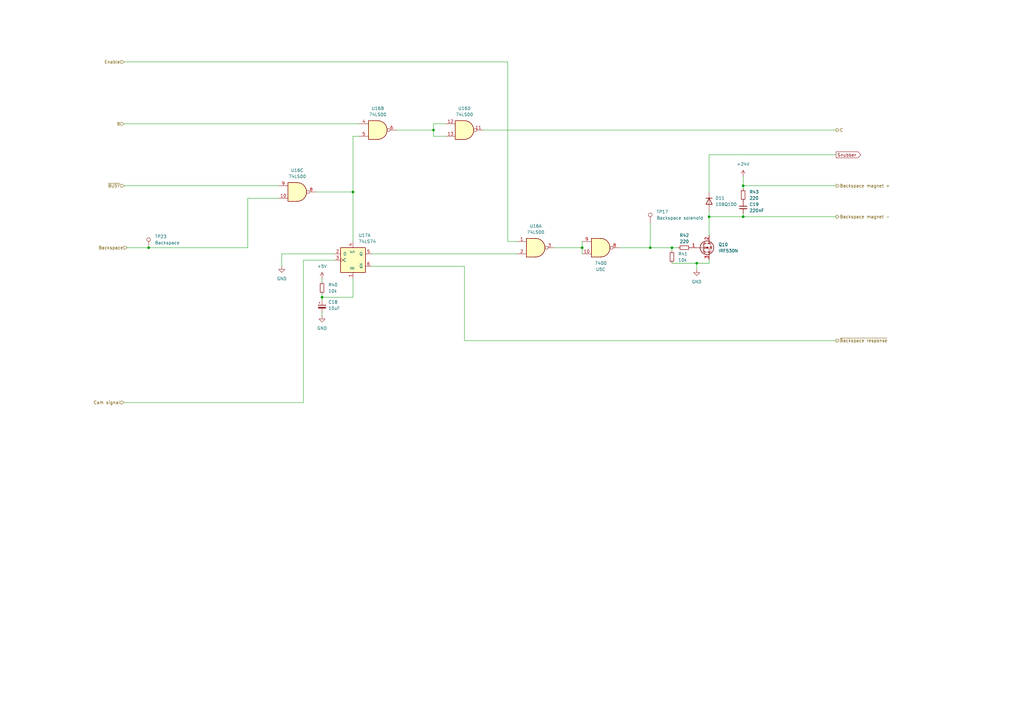
<source format=kicad_sch>
(kicad_sch (version 20231120) (generator "eeschema") (generator_version "8.0")
  (paper "A3")
  (title_block (title "Model 34 tape punch control") (date "2025-04-24") (rev "2.0") (company "Helsinki Hacklab Ry") (comment 1 "Vesa-Pekka Palmu") (comment 2 "License: CERN-OHL-P"))
  (lib_symbols
    (symbol "74xx:7400" (pin_names (offset 1.016))
      (property "Reference" "U" (at 0 1.27 0))
      (property "Value" "7400" (at 0 -1.27 0))
      (symbol "7400_1_1"
        (arc (start 0 -3.81) (mid 3.7934 0) (end 0 3.81) (stroke (width 0.254)) (fill (type background)))
        (polyline (pts (xy 0 3.81) (xy -3.81 3.81) (xy -3.81 -3.81) (xy 0 -3.81)) (stroke (width 0.254)) (fill (type background)))
        (pin input line (at -7.62 2.54 0) (length 3.81) (name "~") (number "1"))
        (pin input line (at -7.62 -2.54 0) (length 3.81) (name "~") (number "2"))
        (pin output inverted (at 7.62 0 180) (length 3.81) (name "~") (number "3"))
      )
      (symbol "7400_1_2"
        (arc (start -3.81 -3.81) (mid -2.589 0) (end -3.81 3.81) (stroke (width 0.254)))
        (arc (start -0.6096 -3.81) (mid 2.1842 -2.5851) (end 3.81 0) (stroke (width 0.254)) (fill (type background)))
        (polyline (pts (xy -3.81 -3.81) (xy -0.635 -3.81)) (stroke (width 0.254)) (fill (type background)))
        (polyline (pts (xy -3.81 3.81) (xy -0.635 3.81)) (stroke (width 0.254)) (fill (type background)))
        (polyline (pts (xy -0.635 3.81) (xy -3.81 3.81) (xy -3.81 3.81) (xy -3.556 3.4036) (xy -3.0226 2.2606) (xy -2.6924 1.0414) (xy -2.6162 -0.254) (xy -2.7686 -1.4986) (xy -3.175 -2.7178) (xy -3.81 -3.81) (xy -3.81 -3.81) (xy -0.635 -3.81)) (stroke (width -25.4)) (fill (type background)))
        (arc (start 3.81 0) (mid 2.1915 2.5936) (end -0.6096 3.81) (stroke (width 0.254)) (fill (type background)))
        (pin input inverted (at -7.62 2.54 0) (length 4.318) (name "~") (number "1"))
        (pin input inverted (at -7.62 -2.54 0) (length 4.318) (name "~") (number "2"))
        (pin output line (at 7.62 0 180) (length 3.81) (name "~") (number "3"))
      )
      (symbol "7400_2_1"
        (arc (start 0 -3.81) (mid 3.7934 0) (end 0 3.81) (stroke (width 0.254)) (fill (type background)))
        (polyline (pts (xy 0 3.81) (xy -3.81 3.81) (xy -3.81 -3.81) (xy 0 -3.81)) (stroke (width 0.254)) (fill (type background)))
        (pin input line (at -7.62 2.54 0) (length 3.81) (name "~") (number "4"))
        (pin input line (at -7.62 -2.54 0) (length 3.81) (name "~") (number "5"))
        (pin output inverted (at 7.62 0 180) (length 3.81) (name "~") (number "6"))
      )
      (symbol "7400_2_2"
        (arc (start -3.81 -3.81) (mid -2.589 0) (end -3.81 3.81) (stroke (width 0.254)))
        (arc (start -0.6096 -3.81) (mid 2.1842 -2.5851) (end 3.81 0) (stroke (width 0.254)) (fill (type background)))
        (polyline (pts (xy -3.81 -3.81) (xy -0.635 -3.81)) (stroke (width 0.254)) (fill (type background)))
        (polyline (pts (xy -3.81 3.81) (xy -0.635 3.81)) (stroke (width 0.254)) (fill (type background)))
        (polyline (pts (xy -0.635 3.81) (xy -3.81 3.81) (xy -3.81 3.81) (xy -3.556 3.4036) (xy -3.0226 2.2606) (xy -2.6924 1.0414) (xy -2.6162 -0.254) (xy -2.7686 -1.4986) (xy -3.175 -2.7178) (xy -3.81 -3.81) (xy -3.81 -3.81) (xy -0.635 -3.81)) (stroke (width -25.4)) (fill (type background)))
        (arc (start 3.81 0) (mid 2.1915 2.5936) (end -0.6096 3.81) (stroke (width 0.254)) (fill (type background)))
        (pin input inverted (at -7.62 2.54 0) (length 4.318) (name "~") (number "4"))
        (pin input inverted (at -7.62 -2.54 0) (length 4.318) (name "~") (number "5"))
        (pin output line (at 7.62 0 180) (length 3.81) (name "~") (number "6"))
      )
      (symbol "7400_3_1"
        (arc (start 0 -3.81) (mid 3.7934 0) (end 0 3.81) (stroke (width 0.254)) (fill (type background)))
        (polyline (pts (xy 0 3.81) (xy -3.81 3.81) (xy -3.81 -3.81) (xy 0 -3.81)) (stroke (width 0.254)) (fill (type background)))
        (pin input line (at -7.62 -2.54 0) (length 3.81) (name "~") (number "10"))
        (pin output inverted (at 7.62 0 180) (length 3.81) (name "~") (number "8"))
        (pin input line (at -7.62 2.54 0) (length 3.81) (name "~") (number "9"))
      )
      (symbol "7400_3_2"
        (arc (start -3.81 -3.81) (mid -2.589 0) (end -3.81 3.81) (stroke (width 0.254)))
        (arc (start -0.6096 -3.81) (mid 2.1842 -2.5851) (end 3.81 0) (stroke (width 0.254)) (fill (type background)))
        (polyline (pts (xy -3.81 -3.81) (xy -0.635 -3.81)) (stroke (width 0.254)) (fill (type background)))
        (polyline (pts (xy -3.81 3.81) (xy -0.635 3.81)) (stroke (width 0.254)) (fill (type background)))
        (polyline (pts (xy -0.635 3.81) (xy -3.81 3.81) (xy -3.81 3.81) (xy -3.556 3.4036) (xy -3.0226 2.2606) (xy -2.6924 1.0414) (xy -2.6162 -0.254) (xy -2.7686 -1.4986) (xy -3.175 -2.7178) (xy -3.81 -3.81) (xy -3.81 -3.81) (xy -0.635 -3.81)) (stroke (width -25.4)) (fill (type background)))
        (arc (start 3.81 0) (mid 2.1915 2.5936) (end -0.6096 3.81) (stroke (width 0.254)) (fill (type background)))
        (pin input inverted (at -7.62 -2.54 0) (length 4.318) (name "~") (number "10"))
        (pin output line (at 7.62 0 180) (length 3.81) (name "~") (number "8"))
        (pin input inverted (at -7.62 2.54 0) (length 4.318) (name "~") (number "9"))
      )
      (symbol "7400_4_1"
        (arc (start 0 -3.81) (mid 3.7934 0) (end 0 3.81) (stroke (width 0.254)) (fill (type background)))
        (polyline (pts (xy 0 3.81) (xy -3.81 3.81) (xy -3.81 -3.81) (xy 0 -3.81)) (stroke (width 0.254)) (fill (type background)))
        (pin output inverted (at 7.62 0 180) (length 3.81) (name "~") (number "11"))
        (pin input line (at -7.62 2.54 0) (length 3.81) (name "~") (number "12"))
        (pin input line (at -7.62 -2.54 0) (length 3.81) (name "~") (number "13"))
      )
      (symbol "7400_4_2"
        (arc (start -3.81 -3.81) (mid -2.589 0) (end -3.81 3.81) (stroke (width 0.254)))
        (arc (start -0.6096 -3.81) (mid 2.1842 -2.5851) (end 3.81 0) (stroke (width 0.254)) (fill (type background)))
        (polyline (pts (xy -3.81 -3.81) (xy -0.635 -3.81)) (stroke (width 0.254)) (fill (type background)))
        (polyline (pts (xy -3.81 3.81) (xy -0.635 3.81)) (stroke (width 0.254)) (fill (type background)))
        (polyline (pts (xy -0.635 3.81) (xy -3.81 3.81) (xy -3.81 3.81) (xy -3.556 3.4036) (xy -3.0226 2.2606) (xy -2.6924 1.0414) (xy -2.6162 -0.254) (xy -2.7686 -1.4986) (xy -3.175 -2.7178) (xy -3.81 -3.81) (xy -3.81 -3.81) (xy -0.635 -3.81)) (stroke (width -25.4)) (fill (type background)))
        (arc (start 3.81 0) (mid 2.1915 2.5936) (end -0.6096 3.81) (stroke (width 0.254)) (fill (type background)))
        (pin output line (at 7.62 0 180) (length 3.81) (name "~") (number "11"))
        (pin input inverted (at -7.62 2.54 0) (length 4.318) (name "~") (number "12"))
        (pin input inverted (at -7.62 -2.54 0) (length 4.318) (name "~") (number "13"))
      )
      (symbol "7400_5_0"
        (pin power_in line (at 0 12.7 270) (length 5.08) (name "VCC") (number "14"))
        (pin power_in line (at 0 -12.7 90) (length 5.08) (name "GND") (number "7"))
      )
      (symbol "7400_5_1"
        (rectangle (start -5.08 7.62) (end 5.08 -7.62) (stroke (width 0.254)) (fill (type background)))
      )
    )
    (symbol "74xx:74LS00" (pin_names (offset 1.016))
      (property "Reference" "U" (at 0 1.27 0))
      (property "Value" "74LS00" (at 0 -1.27 0))
      (symbol "74LS00_1_1"
        (arc (start 0 -3.81) (mid 3.7934 0) (end 0 3.81) (stroke (width 0.254)) (fill (type background)))
        (polyline (pts (xy 0 3.81) (xy -3.81 3.81) (xy -3.81 -3.81) (xy 0 -3.81)) (stroke (width 0.254)) (fill (type background)))
        (pin input line (at -7.62 2.54 0) (length 3.81) (name "~") (number "1"))
        (pin input line (at -7.62 -2.54 0) (length 3.81) (name "~") (number "2"))
        (pin output inverted (at 7.62 0 180) (length 3.81) (name "~") (number "3"))
      )
      (symbol "74LS00_1_2"
        (arc (start -3.81 -3.81) (mid -2.589 0) (end -3.81 3.81) (stroke (width 0.254)))
        (arc (start -0.6096 -3.81) (mid 2.1842 -2.5851) (end 3.81 0) (stroke (width 0.254)) (fill (type background)))
        (polyline (pts (xy -3.81 -3.81) (xy -0.635 -3.81)) (stroke (width 0.254)) (fill (type background)))
        (polyline (pts (xy -3.81 3.81) (xy -0.635 3.81)) (stroke (width 0.254)) (fill (type background)))
        (polyline (pts (xy -0.635 3.81) (xy -3.81 3.81) (xy -3.81 3.81) (xy -3.556 3.4036) (xy -3.0226 2.2606) (xy -2.6924 1.0414) (xy -2.6162 -0.254) (xy -2.7686 -1.4986) (xy -3.175 -2.7178) (xy -3.81 -3.81) (xy -3.81 -3.81) (xy -0.635 -3.81)) (stroke (width -25.4)) (fill (type background)))
        (arc (start 3.81 0) (mid 2.1915 2.5936) (end -0.6096 3.81) (stroke (width 0.254)) (fill (type background)))
        (pin input inverted (at -7.62 2.54 0) (length 4.318) (name "~") (number "1"))
        (pin input inverted (at -7.62 -2.54 0) (length 4.318) (name "~") (number "2"))
        (pin output line (at 7.62 0 180) (length 3.81) (name "~") (number "3"))
      )
      (symbol "74LS00_2_1"
        (arc (start 0 -3.81) (mid 3.7934 0) (end 0 3.81) (stroke (width 0.254)) (fill (type background)))
        (polyline (pts (xy 0 3.81) (xy -3.81 3.81) (xy -3.81 -3.81) (xy 0 -3.81)) (stroke (width 0.254)) (fill (type background)))
        (pin input line (at -7.62 2.54 0) (length 3.81) (name "~") (number "4"))
        (pin input line (at -7.62 -2.54 0) (length 3.81) (name "~") (number "5"))
        (pin output inverted (at 7.62 0 180) (length 3.81) (name "~") (number "6"))
      )
      (symbol "74LS00_2_2"
        (arc (start -3.81 -3.81) (mid -2.589 0) (end -3.81 3.81) (stroke (width 0.254)))
        (arc (start -0.6096 -3.81) (mid 2.1842 -2.5851) (end 3.81 0) (stroke (width 0.254)) (fill (type background)))
        (polyline (pts (xy -3.81 -3.81) (xy -0.635 -3.81)) (stroke (width 0.254)) (fill (type background)))
        (polyline (pts (xy -3.81 3.81) (xy -0.635 3.81)) (stroke (width 0.254)) (fill (type background)))
        (polyline (pts (xy -0.635 3.81) (xy -3.81 3.81) (xy -3.81 3.81) (xy -3.556 3.4036) (xy -3.0226 2.2606) (xy -2.6924 1.0414) (xy -2.6162 -0.254) (xy -2.7686 -1.4986) (xy -3.175 -2.7178) (xy -3.81 -3.81) (xy -3.81 -3.81) (xy -0.635 -3.81)) (stroke (width -25.4)) (fill (type background)))
        (arc (start 3.81 0) (mid 2.1915 2.5936) (end -0.6096 3.81) (stroke (width 0.254)) (fill (type background)))
        (pin input inverted (at -7.62 2.54 0) (length 4.318) (name "~") (number "4"))
        (pin input inverted (at -7.62 -2.54 0) (length 4.318) (name "~") (number "5"))
        (pin output line (at 7.62 0 180) (length 3.81) (name "~") (number "6"))
      )
      (symbol "74LS00_3_1"
        (arc (start 0 -3.81) (mid 3.7934 0) (end 0 3.81) (stroke (width 0.254)) (fill (type background)))
        (polyline (pts (xy 0 3.81) (xy -3.81 3.81) (xy -3.81 -3.81) (xy 0 -3.81)) (stroke (width 0.254)) (fill (type background)))
        (pin input line (at -7.62 -2.54 0) (length 3.81) (name "~") (number "10"))
        (pin output inverted (at 7.62 0 180) (length 3.81) (name "~") (number "8"))
        (pin input line (at -7.62 2.54 0) (length 3.81) (name "~") (number "9"))
      )
      (symbol "74LS00_3_2"
        (arc (start -3.81 -3.81) (mid -2.589 0) (end -3.81 3.81) (stroke (width 0.254)))
        (arc (start -0.6096 -3.81) (mid 2.1842 -2.5851) (end 3.81 0) (stroke (width 0.254)) (fill (type background)))
        (polyline (pts (xy -3.81 -3.81) (xy -0.635 -3.81)) (stroke (width 0.254)) (fill (type background)))
        (polyline (pts (xy -3.81 3.81) (xy -0.635 3.81)) (stroke (width 0.254)) (fill (type background)))
        (polyline (pts (xy -0.635 3.81) (xy -3.81 3.81) (xy -3.81 3.81) (xy -3.556 3.4036) (xy -3.0226 2.2606) (xy -2.6924 1.0414) (xy -2.6162 -0.254) (xy -2.7686 -1.4986) (xy -3.175 -2.7178) (xy -3.81 -3.81) (xy -3.81 -3.81) (xy -0.635 -3.81)) (stroke (width -25.4)) (fill (type background)))
        (arc (start 3.81 0) (mid 2.1915 2.5936) (end -0.6096 3.81) (stroke (width 0.254)) (fill (type background)))
        (pin input inverted (at -7.62 -2.54 0) (length 4.318) (name "~") (number "10"))
        (pin output line (at 7.62 0 180) (length 3.81) (name "~") (number "8"))
        (pin input inverted (at -7.62 2.54 0) (length 4.318) (name "~") (number "9"))
      )
      (symbol "74LS00_4_1"
        (arc (start 0 -3.81) (mid 3.7934 0) (end 0 3.81) (stroke (width 0.254)) (fill (type background)))
        (polyline (pts (xy 0 3.81) (xy -3.81 3.81) (xy -3.81 -3.81) (xy 0 -3.81)) (stroke (width 0.254)) (fill (type background)))
        (pin output inverted (at 7.62 0 180) (length 3.81) (name "~") (number "11"))
        (pin input line (at -7.62 2.54 0) (length 3.81) (name "~") (number "12"))
        (pin input line (at -7.62 -2.54 0) (length 3.81) (name "~") (number "13"))
      )
      (symbol "74LS00_4_2"
        (arc (start -3.81 -3.81) (mid -2.589 0) (end -3.81 3.81) (stroke (width 0.254)))
        (arc (start -0.6096 -3.81) (mid 2.1842 -2.5851) (end 3.81 0) (stroke (width 0.254)) (fill (type background)))
        (polyline (pts (xy -3.81 -3.81) (xy -0.635 -3.81)) (stroke (width 0.254)) (fill (type background)))
        (polyline (pts (xy -3.81 3.81) (xy -0.635 3.81)) (stroke (width 0.254)) (fill (type background)))
        (polyline (pts (xy -0.635 3.81) (xy -3.81 3.81) (xy -3.81 3.81) (xy -3.556 3.4036) (xy -3.0226 2.2606) (xy -2.6924 1.0414) (xy -2.6162 -0.254) (xy -2.7686 -1.4986) (xy -3.175 -2.7178) (xy -3.81 -3.81) (xy -3.81 -3.81) (xy -0.635 -3.81)) (stroke (width -25.4)) (fill (type background)))
        (arc (start 3.81 0) (mid 2.1915 2.5936) (end -0.6096 3.81) (stroke (width 0.254)) (fill (type background)))
        (pin output line (at 7.62 0 180) (length 3.81) (name "~") (number "11"))
        (pin input inverted (at -7.62 2.54 0) (length 4.318) (name "~") (number "12"))
        (pin input inverted (at -7.62 -2.54 0) (length 4.318) (name "~") (number "13"))
      )
      (symbol "74LS00_5_0"
        (pin power_in line (at 0 12.7 270) (length 5.08) (name "VCC") (number "14"))
        (pin power_in line (at 0 -12.7 90) (length 5.08) (name "GND") (number "7"))
      )
      (symbol "74LS00_5_1"
        (rectangle (start -5.08 7.62) (end 5.08 -7.62) (stroke (width 0.254)) (fill (type background)))
      )
    )
    (symbol "74xx:74LS74" (pin_names (offset 1.016))
      (property "Reference" "U" (at -7.62 8.89 0))
      (property "Value" "74LS74" (at -7.62 -8.89 0))
      (symbol "74LS74_1_0"
        (pin input line (at 0 -7.62 90) (length 2.54) (name "~{R}") (number "1"))
        (pin input line (at -7.62 2.54 0) (length 2.54) (name "D") (number "2"))
        (pin input clock (at -7.62 0 0) (length 2.54) (name "C") (number "3"))
        (pin input line (at 0 7.62 270) (length 2.54) (name "~{S}") (number "4"))
        (pin output line (at 7.62 2.54 180) (length 2.54) (name "Q") (number "5"))
        (pin output line (at 7.62 -2.54 180) (length 2.54) (name "~{Q}") (number "6"))
      )
      (symbol "74LS74_1_1"
        (rectangle (start -5.08 5.08) (end 5.08 -5.08) (stroke (width 0.254)) (fill (type background)))
      )
      (symbol "74LS74_2_0"
        (pin input line (at 0 7.62 270) (length 2.54) (name "~{S}") (number "10"))
        (pin input clock (at -7.62 0 0) (length 2.54) (name "C") (number "11"))
        (pin input line (at -7.62 2.54 0) (length 2.54) (name "D") (number "12"))
        (pin input line (at 0 -7.62 90) (length 2.54) (name "~{R}") (number "13"))
        (pin output line (at 7.62 -2.54 180) (length 2.54) (name "~{Q}") (number "8"))
        (pin output line (at 7.62 2.54 180) (length 2.54) (name "Q") (number "9"))
      )
      (symbol "74LS74_2_1"
        (rectangle (start -5.08 5.08) (end 5.08 -5.08) (stroke (width 0.254)) (fill (type background)))
      )
      (symbol "74LS74_3_0"
        (pin power_in line (at 0 10.16 270) (length 2.54) (name "VCC") (number "14"))
        (pin power_in line (at 0 -10.16 90) (length 2.54) (name "GND") (number "7"))
      )
      (symbol "74LS74_3_1"
        (rectangle (start -5.08 7.62) (end 5.08 -7.62) (stroke (width 0.254)) (fill (type background)))
      )
    )
    (symbol "Connector:TestPoint" (pin_numbers hide) (pin_names (offset 0.762) hide)
      (property "Reference" "TP" (at 0 6.858 0))
      (property "Value" "TestPoint" (at 0 5.08 0))
      (symbol "TestPoint_0_1"
        (circle (center 0 3.302) (radius 0.762))
      )
      (symbol "TestPoint_1_1"
        (pin passive line (at 0 0 90) (length 2.54) (name "1") (number "1"))
      )
    )
    (symbol "Device:C_Polarized_Small" (pin_numbers hide) (pin_names (offset 0.254) hide)
      (property "Reference" "C" (at 0.254 1.778 0))
      (property "Value" "C_Polarized_Small" (at 0.254 -2.032 0))
      (symbol "C_Polarized_Small_0_1"
        (rectangle (start -1.524 -0.3048) (end 1.524 -0.6858) (fill (type outline)))
        (rectangle (start -1.524 0.6858) (end 1.524 0.3048))
        (polyline (pts (xy -1.27 1.524) (xy -0.762 1.524)))
        (polyline (pts (xy -1.016 1.27) (xy -1.016 1.778)))
      )
      (symbol "C_Polarized_Small_1_1"
        (pin passive line (at 0 2.54 270) (length 1.8542) (name "~") (number "1"))
        (pin passive line (at 0 -2.54 90) (length 1.8542) (name "~") (number "2"))
      )
    )
    (symbol "Device:C_Small" (pin_numbers hide) (pin_names (offset 0.254) hide)
      (property "Reference" "C" (at 0.254 1.778 0))
      (property "Value" "C_Small" (at 0.254 -2.032 0))
      (symbol "C_Small_0_1"
        (polyline (pts (xy -1.524 -0.508) (xy 1.524 -0.508)) (stroke (width 0.3302)))
        (polyline (pts (xy -1.524 0.508) (xy 1.524 0.508)) (stroke (width 0.3048)))
      )
      (symbol "C_Small_1_1"
        (pin passive line (at 0 2.54 270) (length 2.032) (name "~") (number "1"))
        (pin passive line (at 0 -2.54 90) (length 2.032) (name "~") (number "2"))
      )
    )
    (symbol "Device:D" (pin_numbers hide) (pin_names (offset 1.016) hide)
      (property "Reference" "D" (at 0 2.54 0))
      (property "Value" "D" (at 0 -2.54 0))
      (symbol "D_0_1"
        (polyline (pts (xy -1.27 1.27) (xy -1.27 -1.27)) (stroke (width 0.254)))
        (polyline (pts (xy 1.27 0) (xy -1.27 0)))
        (polyline (pts (xy 1.27 1.27) (xy 1.27 -1.27) (xy -1.27 0) (xy 1.27 1.27)) (stroke (width 0.254)))
      )
      (symbol "D_1_1"
        (pin passive line (at -3.81 0 0) (length 2.54) (name "K") (number "1"))
        (pin passive line (at 3.81 0 180) (length 2.54) (name "A") (number "2"))
      )
    )
    (symbol "Device:R_Small" (pin_numbers hide) (pin_names (offset 0.254) hide)
      (property "Reference" "R" (at 0.762 0.508 0))
      (property "Value" "R_Small" (at 0.762 -1.016 0))
      (symbol "R_Small_0_1"
        (rectangle (start -0.762 1.778) (end 0.762 -1.778) (stroke (width 0.2032)))
      )
      (symbol "R_Small_1_1"
        (pin passive line (at 0 2.54 270) (length 0.762) (name "~") (number "1"))
        (pin passive line (at 0 -2.54 90) (length 0.762) (name "~") (number "2"))
      )
    )
    (symbol "Transistor_FET:IRF540N" (pin_names hide)
      (property "Reference" "Q" (at 5.08 1.905 0))
      (property "Value" "IRF540N" (at 5.08 0 0))
      (symbol "IRF540N_0_1"
        (polyline (pts (xy 0.254 0) (xy -2.54 0)))
        (polyline (pts (xy 0.254 1.905) (xy 0.254 -1.905)) (stroke (width 0.254)))
        (polyline (pts (xy 0.762 -1.27) (xy 0.762 -2.286)) (stroke (width 0.254)))
        (polyline (pts (xy 0.762 0.508) (xy 0.762 -0.508)) (stroke (width 0.254)))
        (polyline (pts (xy 0.762 2.286) (xy 0.762 1.27)) (stroke (width 0.254)))
        (polyline (pts (xy 2.54 2.54) (xy 2.54 1.778)))
        (polyline (pts (xy 2.54 -2.54) (xy 2.54 0) (xy 0.762 0)))
        (polyline (pts (xy 0.762 -1.778) (xy 3.302 -1.778) (xy 3.302 1.778) (xy 0.762 1.778)))
        (polyline (pts (xy 1.016 0) (xy 2.032 0.381) (xy 2.032 -0.381) (xy 1.016 0)) (fill (type outline)))
        (polyline (pts (xy 2.794 0.508) (xy 2.921 0.381) (xy 3.683 0.381) (xy 3.81 0.254)))
        (polyline (pts (xy 3.302 0.381) (xy 2.921 -0.254) (xy 3.683 -0.254) (xy 3.302 0.381)))
        (circle (center 1.651 0) (radius 2.794) (stroke (width 0.254)))
        (circle (center 2.54 -1.778) (radius 0.254) (fill (type outline)))
        (circle (center 2.54 1.778) (radius 0.254) (fill (type outline)))
      )
      (symbol "IRF540N_1_1"
        (pin input line (at -5.08 0 0) (length 2.54) (name "G") (number "1"))
        (pin passive line (at 2.54 5.08 270) (length 2.54) (name "D") (number "2"))
        (pin passive line (at 2.54 -5.08 90) (length 2.54) (name "S") (number "3"))
      )
    )
    (symbol "power:+24V" (power) (pin_numbers hide) (pin_names (offset 0) hide)
      (property "Value" "+24V" (at 0 3.556 0))
      (symbol "+24V_0_1"
        (polyline (pts (xy -0.762 1.27) (xy 0 2.54)))
        (polyline (pts (xy 0 0) (xy 0 2.54)))
        (polyline (pts (xy 0 2.54) (xy 0.762 1.27)))
      )
      (symbol "+24V_1_1"
        (pin power_in line (at 0 0 90) (length 0) (name "~") (number "1"))
      )
    )
    (symbol "power:+5V" (power) (pin_numbers hide) (pin_names (offset 0) hide)
      (property "Value" "+5V" (at 0 3.556 0))
      (symbol "+5V_0_1"
        (polyline (pts (xy -0.762 1.27) (xy 0 2.54)))
        (polyline (pts (xy 0 0) (xy 0 2.54)))
        (polyline (pts (xy 0 2.54) (xy 0.762 1.27)))
      )
      (symbol "+5V_1_1"
        (pin power_in line (at 0 0 90) (length 0) (name "~") (number "1"))
      )
    )
    (symbol "power:GND" (power) (pin_numbers hide) (pin_names (offset 0) hide)
      (property "Value" "GND" (at 0 -3.81 0))
      (symbol "GND_0_1"
        (polyline (pts (xy 0 0) (xy 0 -1.27) (xy 1.27 -1.27) (xy 0 -2.54) (xy -1.27 -1.27) (xy 0 -1.27)))
      )
      (symbol "GND_1_1"
        (pin power_in line (at 0 0 270) (length 0) (name "~") (number "1"))
      )
    )
  )
  (junction (at 177.8 53.34))
  (junction (at 304.8 88.9))
  (junction (at 290.83 88.9))
  (junction (at 60.96 101.6))
  (junction (at 132.08 121.92))
  (junction (at 144.78 78.74))
  (junction (at 275.59 101.6))
  (junction (at 285.75 107.95))
  (junction (at 266.7 101.6))
  (junction (at 304.8 76.2))
  (junction (at 238.76 101.6))
  (wire (pts (xy 162.56 53.34) (xy 177.8 53.34)))
  (wire (pts (xy 275.59 101.6) (xy 278.13 101.6)))
  (wire (pts (xy 144.78 78.74) (xy 144.78 99.06)))
  (wire (pts (xy 254 101.6) (xy 266.7 101.6)))
  (wire (pts (xy 144.78 55.88) (xy 144.78 78.74)))
  (wire (pts (xy 304.8 76.2) (xy 304.8 77.47)))
  (wire (pts (xy 152.4 104.14) (xy 212.09 104.14)))
  (wire (pts (xy 190.5 109.22) (xy 190.5 139.7)))
  (wire (pts (xy 124.46 165.1) (xy 124.46 106.68)))
  (wire (pts (xy 101.6 81.28) (xy 114.3 81.28)))
  (wire (pts (xy 290.83 106.68) (xy 290.83 107.95)))
  (wire (pts (xy 115.57 104.14) (xy 115.57 109.22)))
  (wire (pts (xy 290.83 63.5) (xy 290.83 78.74)))
  (wire (pts (xy 304.8 76.2) (xy 342.9 76.2)))
  (wire (pts (xy 129.54 78.74) (xy 144.78 78.74)))
  (wire (pts (xy 132.08 120.65) (xy 132.08 121.92)))
  (wire (pts (xy 290.83 86.36) (xy 290.83 88.9)))
  (wire (pts (xy 177.8 53.34) (xy 177.8 50.8)))
  (wire (pts (xy 144.78 55.88) (xy 147.32 55.88)))
  (wire (pts (xy 227.33 101.6) (xy 238.76 101.6)))
  (wire (pts (xy 132.08 114.3) (xy 132.08 115.57)))
  (wire (pts (xy 266.7 91.44) (xy 266.7 101.6)))
  (wire (pts (xy 52.07 101.6) (xy 60.96 101.6)))
  (wire (pts (xy 144.78 121.92) (xy 144.78 114.3)))
  (wire (pts (xy 177.8 55.88) (xy 177.8 53.34)))
  (wire (pts (xy 124.46 106.68) (xy 137.16 106.68)))
  (wire (pts (xy 132.08 121.92) (xy 144.78 121.92)))
  (wire (pts (xy 304.8 88.9) (xy 342.9 88.9)))
  (wire (pts (xy 290.83 88.9) (xy 304.8 88.9)))
  (wire (pts (xy 208.28 99.06) (xy 212.09 99.06)))
  (wire (pts (xy 132.08 121.92) (xy 132.08 123.19)))
  (wire (pts (xy 198.12 53.34) (xy 342.9 53.34)))
  (wire (pts (xy 275.59 101.6) (xy 275.59 102.87)))
  (wire (pts (xy 152.4 109.22) (xy 190.5 109.22)))
  (wire (pts (xy 304.8 87.63) (xy 304.8 88.9)))
  (wire (pts (xy 285.75 107.95) (xy 290.83 107.95)))
  (wire (pts (xy 266.7 101.6) (xy 275.59 101.6)))
  (wire (pts (xy 304.8 72.39) (xy 304.8 76.2)))
  (wire (pts (xy 60.96 101.6) (xy 101.6 101.6)))
  (wire (pts (xy 285.75 107.95) (xy 275.59 107.95)))
  (wire (pts (xy 182.88 55.88) (xy 177.8 55.88)))
  (wire (pts (xy 238.76 101.6) (xy 238.76 99.06)))
  (wire (pts (xy 50.8 76.2) (xy 114.3 76.2)))
  (wire (pts (xy 132.08 129.54) (xy 132.08 128.27)))
  (wire (pts (xy 290.83 63.5) (xy 342.9 63.5)))
  (wire (pts (xy 50.8 165.1) (xy 124.46 165.1)))
  (wire (pts (xy 137.16 104.14) (xy 115.57 104.14)))
  (wire (pts (xy 190.5 139.7) (xy 342.9 139.7)))
  (wire (pts (xy 238.76 101.6) (xy 238.76 104.14)))
  (wire (pts (xy 101.6 101.6) (xy 101.6 81.28)))
  (wire (pts (xy 50.8 50.8) (xy 147.32 50.8)))
  (wire (pts (xy 177.8 50.8) (xy 182.88 50.8)))
  (wire (pts (xy 208.28 25.4) (xy 208.28 99.06)))
  (wire (pts (xy 290.83 88.9) (xy 290.83 96.52)))
  (wire (pts (xy 50.8 25.4) (xy 208.28 25.4)))
  (wire (pts (xy 285.75 110.49) (xy 285.75 107.95)))
  (global_label "Snubber" (shape output) (at 342.9 63.5 0) (property "Intersheetrefs" "${INTERSHEET_REFS}" (effects (hide yes))))
  (hierarchical_label "~{BUSY}" (shape input) (at 50.8 76.2 180))
  (hierarchical_label "~{Backspace response}" (shape output) (at 342.9 139.7 0))
  (hierarchical_label "Enable" (shape input) (at 50.8 25.4 180))
  (hierarchical_label "Cam signal" (shape input) (at 50.8 165.1 180))
  (hierarchical_label "Backspace magnet -" (shape output) (at 342.9 88.9 0))
  (hierarchical_label "Backspace" (shape input) (at 52.07 101.6 180))
  (hierarchical_label "C" (shape output) (at 342.9 53.34 0))
  (hierarchical_label "B" (shape input) (at 50.8 50.8 180))
  (hierarchical_label "Backspace magnet +" (shape output) (at 342.9 76.2 0))
  (symbol (lib_id "74xx:7400") (at 246.38 101.6 0) (unit 3)
    (property "Reference" "U5" (at 246.3717 110.49 0))
    (property "Value" "7400" (at 246.3717 107.95 0))
    (property "Footprint" "Package_SO:SOIC-14_3.9x8.7mm_P1.27mm" (effects (hide yes)))
    (property "Datasheet" "http://www.ti.com/lit/gpn/sn7400" (effects (hide yes)))
    (property "Description" "quad 2-input NAND gate" (effects (hide yes)))
  )
  (symbol (lib_id "power:GND") (at 132.08 129.54 0) (unit 1)
    (property "Reference" "#PWR051" (effects (hide yes)))
    (property "Value" "GND" (at 132.08 134.62 0))
    (property "Description" "Power symbol creates a global label with name \"GND\" , ground" (effects (hide yes)))
  )
  (symbol (lib_id "Device:R_Small") (at 275.59 105.41 0) (unit 1)
    (property "Reference" "R41" (at 278.13 104.1399 0) (effects (justify left)))
    (property "Value" "10k" (at 278.13 106.6799 0) (effects (justify left)))
    (property "Footprint" "Resistor_SMD:R_0805_2012Metric_Pad1.20x1.40mm_HandSolder" (effects (hide yes)))
    (property "Description" "Resistor, small symbol" (effects (hide yes)))
  )
  (symbol (lib_id "power:GND") (at 115.57 109.22 0) (unit 1)
    (property "Reference" "#PWR049" (effects (hide yes)))
    (property "Value" "GND" (at 115.57 114.3 0))
    (property "Description" "Power symbol creates a global label with name \"GND\" , ground" (effects (hide yes)))
  )
  (symbol (lib_id "Device:R_Small") (at 280.67 101.6 90) (unit 1)
    (property "Reference" "R42" (at 280.67 96.52 90))
    (property "Value" "220" (at 280.67 99.06 90))
    (property "Footprint" "Resistor_SMD:R_0805_2012Metric_Pad1.20x1.40mm_HandSolder" (effects (hide yes)))
    (property "Description" "Resistor, small symbol" (effects (hide yes)))
  )
  (symbol (lib_id "74xx:74LS00") (at 121.92 78.74 0) (unit 3)
    (property "Reference" "U16" (at 121.9117 69.85 0))
    (property "Value" "74LS00" (at 121.9117 72.39 0))
    (property "Footprint" "Package_SO:SOIC-14_3.9x8.7mm_P1.27mm" (effects (hide yes)))
    (property "Datasheet" "http://www.ti.com/lit/gpn/sn74ls00" (effects (hide yes)))
    (property "Description" "quad 2-input NAND gate" (effects (hide yes)))
  )
  (symbol (lib_id "74xx:74LS00") (at 154.94 53.34 0) (unit 2)
    (property "Reference" "U16" (at 154.9317 44.45 0))
    (property "Value" "74LS00" (at 154.9317 46.99 0))
    (property "Footprint" "Package_SO:SOIC-14_3.9x8.7mm_P1.27mm" (effects (hide yes)))
    (property "Datasheet" "http://www.ti.com/lit/gpn/sn74ls00" (effects (hide yes)))
    (property "Description" "quad 2-input NAND gate" (effects (hide yes)))
  )
  (symbol (lib_id "Connector:TestPoint") (at 60.96 101.6 0) (unit 1)
    (property "Reference" "TP23" (at 63.5 97.0279 0) (effects (justify left)))
    (property "Value" "Backspace" (at 63.5 99.5679 0) (effects (justify left)))
    (property "Footprint" "TestPoint:TestPoint_Loop_D2.54mm_Drill1.5mm_Beaded" (effects (hide yes)))
    (property "Description" "test point" (effects (hide yes)))
  )
  (symbol (lib_id "74xx:74LS00") (at 219.71 101.6 0) (unit 1)
    (property "Reference" "U16" (at 219.7017 92.71 0))
    (property "Value" "74LS00" (at 219.7017 95.25 0))
    (property "Footprint" "Package_SO:SOIC-14_3.9x8.7mm_P1.27mm" (effects (hide yes)))
    (property "Datasheet" "http://www.ti.com/lit/gpn/sn74ls00" (effects (hide yes)))
    (property "Description" "quad 2-input NAND gate" (effects (hide yes)))
  )
  (symbol (lib_id "Device:R_Small") (at 132.08 118.11 0) (unit 1)
    (property "Reference" "R40" (at 134.62 116.8399 0) (effects (justify left)))
    (property "Value" "10k" (at 134.62 119.3799 0) (effects (justify left)))
    (property "Footprint" "Resistor_SMD:R_0805_2012Metric_Pad1.20x1.40mm_HandSolder" (effects (hide yes)))
    (property "Description" "Resistor, small symbol" (effects (hide yes)))
  )
  (symbol (lib_id "Device:C_Polarized_Small") (at 132.08 125.73 0) (unit 1)
    (property "Reference" "C18" (at 134.62 123.9138 0) (effects (justify left)))
    (property "Value" "10uF" (at 134.62 126.4538 0) (effects (justify left)))
    (property "Footprint" "Capacitor_Tantalum_SMD:CP_EIA-3528-21_Kemet-B_Pad1.50x2.35mm_HandSolder" (effects (hide yes)))
    (property "Description" "Polarized capacitor, small symbol" (effects (hide yes)))
  )
  (symbol (lib_id "Device:D") (at 290.83 82.55 270) (unit 1)
    (property "Reference" "D11" (at 293.37 81.2799 90) (effects (justify left)))
    (property "Value" "10BQ100" (at 293.37 83.8199 90) (effects (justify left)))
    (property "Footprint" "Diode_SMD:D_SMA-SMB_Universal_Handsoldering" (effects (hide yes)))
    (property "Description" "Diode" (effects (hide yes)))
    (property "Sim.Device" "D" (effects (hide yes)))
    (property "Sim.Pins" "1=K 2=A" (effects (hide yes)))
  )
  (symbol (lib_id "Device:C_Small") (at 304.8 85.09 0) (unit 1)
    (property "Reference" "C19" (at 307.34 83.8262 0) (effects (justify left)))
    (property "Value" "220nF" (at 307.34 86.3662 0) (effects (justify left)))
    (property "Footprint" "Capacitor_SMD:C_0805_2012Metric_Pad1.18x1.45mm_HandSolder" (effects (hide yes)))
    (property "Description" "Unpolarized capacitor, small symbol" (effects (hide yes)))
  )
  (symbol (lib_id "74xx:74LS74") (at 144.78 106.68 0) (unit 1)
    (property "Reference" "U17" (at 146.9741 96.52 0) (effects (justify left)))
    (property "Value" "74LS74" (at 146.9741 99.06 0) (effects (justify left)))
    (property "Footprint" "Package_SO:SOIC-14_3.9x8.7mm_P1.27mm" (effects (hide yes)))
    (property "Datasheet" "74xx/74hc_hct74.pdf" (effects (hide yes)))
    (property "Description" "Dual D Flip-flop, Set & Reset" (effects (hide yes)))
  )
  (symbol (lib_id "power:+5V") (at 132.08 114.3 0) (unit 1)
    (property "Reference" "#PWR050" (effects (hide yes)))
    (property "Value" "+5V" (at 132.08 109.22 0))
    (property "Description" "Power symbol creates a global label with name \"+5V\"" (effects (hide yes)))
  )
  (symbol (lib_id "Transistor_FET:IRF540N") (at 288.29 101.6 0) (unit 1)
    (property "Reference" "Q10" (at 294.64 100.3299 0) (effects (justify left)))
    (property "Value" "IRF530N" (at 294.64 102.8699 0) (effects (justify left)))
    (property "Footprint" "Package_TO_SOT_THT:TO-220-3_Vertical" (effects (hide yes)))
    (property "Datasheet" "http://www.irf.com/product-info/datasheets/data/irf530n.pdf" (effects (hide yes)))
    (property "Description" "17A Id, 100V Vds, N-Channel MOSFET, TO-220" (effects (hide yes)))
  )
  (symbol (lib_id "power:+24V") (at 304.8 72.39 0) (unit 1)
    (property "Reference" "#PWR055" (effects (hide yes)))
    (property "Value" "+24V" (at 304.8 67.31 0))
    (property "Description" "Power symbol creates a global label with name \"+24V\"" (effects (hide yes)))
  )
  (symbol (lib_id "power:GND") (at 285.75 110.49 0) (unit 1)
    (property "Reference" "#PWR054" (effects (hide yes)))
    (property "Value" "GND" (at 285.75 115.57 0))
    (property "Description" "Power symbol creates a global label with name \"GND\" , ground" (effects (hide yes)))
  )
  (symbol (lib_id "Connector:TestPoint") (at 266.7 91.44 0) (unit 1)
    (property "Reference" "TP17" (at 269.24 86.8679 0) (effects (justify left)))
    (property "Value" "Backspace solenoid" (at 269.24 89.4079 0) (effects (justify left)))
    (property "Footprint" "TestPoint:TestPoint_Loop_D2.54mm_Drill1.5mm_Beaded" (effects (hide yes)))
    (property "Description" "test point" (effects (hide yes)))
  )
  (symbol (lib_id "74xx:74LS00") (at 190.5 53.34 0) (unit 4)
    (property "Reference" "U16" (at 190.4917 44.45 0))
    (property "Value" "74LS00" (at 190.4917 46.99 0))
    (property "Footprint" "Package_SO:SOIC-14_3.9x8.7mm_P1.27mm" (effects (hide yes)))
    (property "Datasheet" "http://www.ti.com/lit/gpn/sn74ls00" (effects (hide yes)))
    (property "Description" "quad 2-input NAND gate" (effects (hide yes)))
  )
  (symbol (lib_id "Device:R_Small") (at 304.8 80.01 0) (unit 1)
    (property "Reference" "R43" (at 307.34 78.7399 0) (effects (justify left)))
    (property "Value" "220" (at 307.34 81.2799 0) (effects (justify left)))
    (property "Footprint" "Resistor_SMD:R_0805_2012Metric_Pad1.20x1.40mm_HandSolder" (effects (hide yes)))
    (property "Description" "Resistor, small symbol" (effects (hide yes)))
  )
)
</source>
